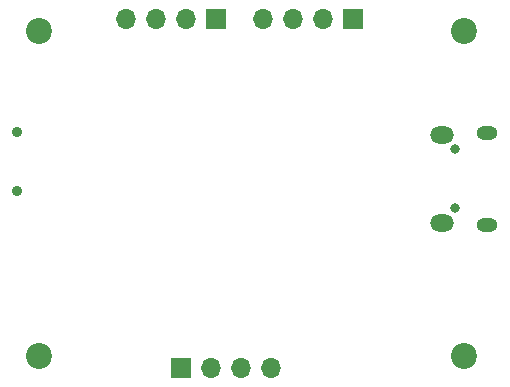
<source format=gbr>
%TF.GenerationSoftware,KiCad,Pcbnew,(6.0.1)*%
%TF.CreationDate,2022-08-30T01:47:07+05:30*%
%TF.ProjectId,STM32,53544d33-322e-46b6-9963-61645f706362,rev?*%
%TF.SameCoordinates,Original*%
%TF.FileFunction,Soldermask,Bot*%
%TF.FilePolarity,Negative*%
%FSLAX46Y46*%
G04 Gerber Fmt 4.6, Leading zero omitted, Abs format (unit mm)*
G04 Created by KiCad (PCBNEW (6.0.1)) date 2022-08-30 01:47:07*
%MOMM*%
%LPD*%
G01*
G04 APERTURE LIST*
%ADD10C,0.900000*%
%ADD11C,2.200000*%
%ADD12O,1.800000X1.150000*%
%ADD13O,2.000000X1.450000*%
%ADD14O,0.800000X0.800000*%
%ADD15R,1.700000X1.700000*%
%ADD16O,1.700000X1.700000*%
G04 APERTURE END LIST*
D10*
%TO.C,SW1*%
X150170000Y-100500000D03*
X150170000Y-105500000D03*
%TD*%
D11*
%TO.C,H4*%
X188000000Y-119500000D03*
%TD*%
%TO.C,H3*%
X152000000Y-119500000D03*
%TD*%
%TO.C,H2*%
X152000000Y-92000000D03*
%TD*%
%TO.C,H1*%
X188000000Y-92000000D03*
%TD*%
D12*
%TO.C,J4*%
X189950000Y-100630000D03*
X189950000Y-108380000D03*
D13*
X186150000Y-100780000D03*
X186150000Y-108230000D03*
D14*
X187200000Y-102005000D03*
X187200000Y-107005000D03*
%TD*%
D15*
%TO.C,J3*%
X178600000Y-91000000D03*
D16*
X176060000Y-91000000D03*
X173520000Y-91000000D03*
X170980000Y-91000000D03*
%TD*%
D15*
%TO.C,J2*%
X164000000Y-120500000D03*
D16*
X166540000Y-120500000D03*
X169080000Y-120500000D03*
X171620000Y-120500000D03*
%TD*%
D15*
%TO.C,J1*%
X167000000Y-91000000D03*
D16*
X164460000Y-91000000D03*
X161920000Y-91000000D03*
X159380000Y-91000000D03*
%TD*%
M02*

</source>
